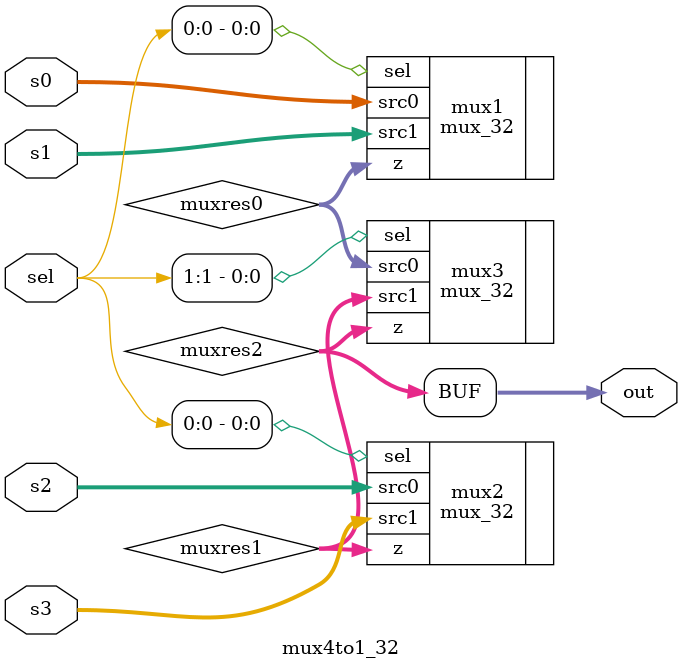
<source format=v>
module mux4to1_32 (sel, s0, s1, s2, s3, out);
	input [1:0] sel;
	input [31:0] s0;
	input [31:0] s1;
	input [31:0] s2;
	input [31:0] s3;
	output [31:0] out;

	wire [31:0] muxres0;
	wire [31:0] muxres1;
	wire [31:0] muxres2;

	mux_32 mux1 (.sel(sel[0]), .src0(s0), .src1(s1), .z(muxres0));
	mux_32 mux2 (.sel(sel[0]), .src0(s2), .src1(s3), .z(muxres1));
	mux_32 mux3 (.sel(sel[1]), .src0(muxres0), .src1(muxres1), .z(muxres2));

	assign out = muxres2;
endmodule

</source>
